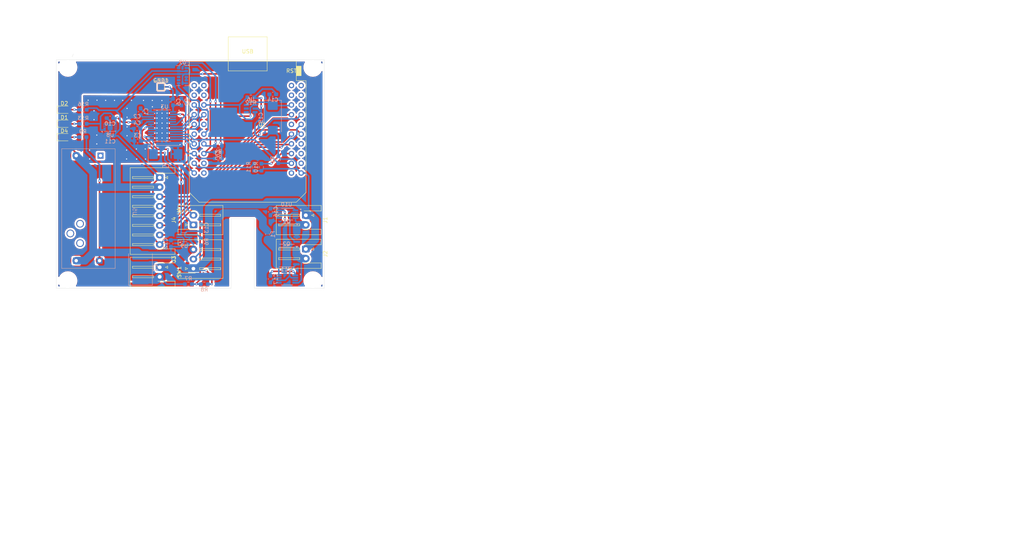
<source format=kicad_pcb>
(kicad_pcb (version 20241229) (generator "pcbnew") (generator_version "9.0")
  (layers (0 "F.Cu" signal) (2 "B.Cu" signal) (13 "F.Paste" user) (15 "B.Paste" user) (5 "F.SilkS" user "F.Silkscreen") (7 "B.SilkS" user "B.Silkscreen") (1 "F.Mask" user) (3 "B.Mask" user) (25 "Edge.Cuts" user))
  (net 0 "")
  (net 1 "Net-(U3-CPL)")
  (net 2 "Net-(U3-CPH)")
  (net 3 "Net-(U3-VCP)")
  (net 4 "Net-(U10-VCAPL)")
  (net 5 "GND")
  (net 6 "/DC motor driver/DVDD")
  (net 7 "+VBAT")
  (net 8 "Net-(U10-VCAPH)")
  (net 9 "Net-(SW1A-A)")
  (net 10 "Net-(D4-A)")
  (net 11 "Net-(U11-VCAPH)")
  (net 12 "Net-(J1-Pin_2)")
  (net 13 "/DC motor driver/MOTOR1")
  (net 14 "/DC motor driver/MOTOR2")
  (net 15 "/M_IPROP")
  (net 16 "Net-(U3-NOL)")
  (net 17 "/M_FAULT")
  (net 18 "+3.3V")
  (net 19 "/Accelerometer/SDA")
  (net 20 "/Accelerometer/SCL")
  (net 21 "/B_STATUS")
  (net 22 "/ID_0")
  (net 23 "/ID_1")
  (net 24 "Net-(U11-VCAPL)")
  (net 25 "Net-(U10-CATHODE)")
  (net 30 "/Display/RESET")
  (net 31 "/Display/CS")
  (net 32 "/Display/DC{slash}RS")
  (net 33 "Net-(U1-3V3)")
  (net 35 "/Display/SCK")
  (net 37 "/M_PWM")
  (net 42 "/M_SLEEP")
  (net 46 "/Accelerometer/INT")
  (net 48 "/M_DIR")
  (net 52 "/Display/MOSI")
  (net 56 "+5V")
  (net 59 "/Level_shifter/OUT")
  (net 60 "Net-(U9-BY)")
  (net 61 "/Level_shifter/IN")
  (net 65 "Net-(D1-A)")
  (net 66 "Net-(D2-A)")
  (net 67 "Net-(J2-Pin_2)")
  (net 68 "Net-(Q1-G)")
  (net 69 "Net-(Q2-G)")
  (net 70 "Net-(U1-VCC_(USB))")
  (footprint "MountingHole:MountingHole_3.2mm_M3" (layer "F.Cu") (at 33 87.74)
    (property "Reference" "H3" (hide yes))
    (property "Value" "MountingHole" (hide yes))
  )
  (footprint "LED_SMD:LED_0805_2012Metric_Pad1.15x1.40mm_HandSolder" (layer "F.Cu") (at 32.055 50.25)
    (property "Reference" "D4")
    (property "Value" "BAT")
  )
  (footprint "Connector_JST:JST_XH_S2B-XH-A-1_1x02_P2.50mm_Horizontal" (layer "F.Cu") (at 95.14 79.46 -90)
    (property "Reference" "J2")
    (property "Value" "BAT2")
  )
  (footprint "Connector_JST:JST_XH_S2B-XH-A-1_1x02_P2.50mm_Horizontal" (layer "F.Cu") (at 65.79 73.15 90)
    (property "Reference" "J4")
    (property "Value" "Motor")
  )
  (footprint "Connector_JST:JST_XH_S3B-XH-A-1_1x03_P2.50mm_Horizontal" (layer "F.Cu") (at 65.79 84.58 90)
    (property "Reference" "J3")
    (property "Value" "LED strip")
  )
  (footprint "TestPoint:TestPoint_Pad_1.5x1.5mm" (layer "F.Cu") (at 57.31 37.1)
    (property "Reference" "GND1")
    (property "Value" "GND_FRONT")
  )
  (footprint "Connector_JST:JST_XH_S8B-XH-A-1_1x08_P2.50mm_Horizontal" (layer "F.Cu") (at 56.98 60.79 -90)
    (property "Reference" "U4")
    (property "Value" "Display")
  )
  (footprint "Connector_JST:JST_XH_S2B-XH-A-1_1x02_P2.50mm_Horizontal" (layer "F.Cu") (at 56.98 84.21 -90)
    (property "Reference" "SW1")
    (property "Value" "Power switch")
  )
  (footprint "MountingHole:MountingHole_3.2mm_M3" (layer "F.Cu") (at 97 87.74)
    (property "Reference" "H3" (hide yes))
    (property "Value" "MountingHole" (hide yes))
  )
  (footprint "MountingHole:MountingHole_3.2mm_M3" (layer "F.Cu") (at 33 32)
    (property "Reference" "H3" (hide yes))
    (property "Value" "MountingHole" (hide yes))
  )
  (footprint "LED_SMD:LED_0805_2012Metric_Pad1.15x1.40mm_HandSolder" (layer "F.Cu") (at 32.0725 46.74)
    (property "Reference" "D1")
    (property "Value" "5V")
  )
  (footprint "ESP32_mini:ESP32_mini" (layer "F.Cu") (at 79.96 48.18 180)
    (property "Reference" "U1")
    (property "Value" "mini_esp32")
  )
  (footprint "LED_SMD:LED_0805_2012Metric_Pad1.15x1.40mm_HandSolder" (layer "F.Cu") (at 32.0725 43.08)
    (property "Reference" "D2")
    (property "Value" "3V3")
  )
  (footprint "MountingHole:MountingHole_3.2mm_M3" (layer "F.Cu") (at 97 32)
    (property "Reference" "H3" (hide yes))
    (property "Value" "MountingHole" (hide yes))
  )
  (footprint "Connector_JST:JST_XH_S2B-XH-A-1_1x02_P2.50mm_Horizontal" (layer "F.Cu") (at 95.14 70.65 -90)
    (property "Reference" "J1")
    (property "Value" "BAT1")
  )
  (footprint "Capacitor_Tantalum_SMD:CP_EIA-7360-38_Kemet-E_HandSolder" (layer "B.Cu") (at 51.97 84.3175 90)
    (property "Reference" "C7")
    (property "Value" "1000uF")
  )
  (footprint "Capacitor_SMD:C_0603_1608Metric_Pad1.08x0.95mm_HandSolder" (layer "B.Cu") (at 52 43.6025 90)
    (property "Reference" "C1")
    (property "Value" "47 nF")
  )
  (footprint "Package_TO_SOT_SMD:SOT-363_SC-70-6_Handsoldering" (layer "B.Cu") (at 63.4 76.39)
    (property "Reference" "U9")
    (property "Value" "TXU0101")
  )
  (footprint "Package_DFN_QFN:DFN-8-1EP_3x2mm_P0.5mm_EP1.3x1.5mm" (layer "B.Cu") (at 44.045 47.615)
    (property "Reference" "U8")
    (property "Value" "ST1L08")
  )
  (footprint "Resistor_SMD:R_0603_1608Metric_Pad0.98x0.95mm_HandSolder" (layer "B.Cu") (at 87.96 56.1425 -90)
    (property "Reference" "R1")
    (property "Value" "2.4K")
  )
  (footprint "Package_LGA:LGA-14_3x5mm_P0.8mm_LayoutBorder1x6y" (layer "B.Cu") (at 62.94 34.16 180)
    (property "Reference" "U2")
    (property "Value" "ADXL345")
  )
  (footprint "Capacitor_Tantalum_SMD:CP_EIA-7343-40_Kemet-Y_HandSolder" (layer "B.Cu") (at 86.51 45.21 -90)
    (property "Reference" "C15")
    (property "Value" "100 uF")
  )
  (footprint "Capacitor_SMD:C_0603_1608Metric_Pad1.08x0.95mm_HandSolder" (layer "B.Cu") (at 59.92 78.0175 -90)
    (property "Reference" "C12")
    (property "Value" "0.1 uF")
  )
  (footprint "Capacitor_SMD:C_0603_1608Metric_Pad1.08x0.95mm_HandSolder" (layer "B.Cu") (at 51.21 51.24 180)
    (property "Reference" "C3")
    (property "Value" "100 nF")
  )
  (footprint "step-up_module:step-up_module" (layer "B.Cu") (at 38.60945 69.7181 90)
    (property "Reference" "U5")
    (property "Value" "Step-up")
  )
  (footprint "Resistor_SMD:R_0603_1608Metric_Pad0.98x0.95mm_HandSolder" (layer "B.Cu") (at 68.6375 88.62)
    (property "Reference" "R8")
    (property "Value" "68k")
  )
  (footprint "Package_SO:SO-8_3.9x4.9mm_P1.27mm" (layer "B.Cu") (at 90.105 81.535 180)
    (property "Reference" "Q2")
    (property "Value" "NMOS")
  )
  (footprint "Capacitor_SMD:C_0603_1608Metric_Pad1.08x0.95mm_HandSolder" (layer "B.Cu") (at 85.91 69.76 90)
    (property "Reference" "C16")
    (property "Value" "100 nF")
  )
  (footprint "Resistor_SMD:R_0603_1608Metric_Pad0.98x0.95mm_HandSolder" (layer "B.Cu") (at 81.63 58.0825 -90)
    (property "Reference" "R11")
    (property "Value" "0R")
  )
  (footprint "Resistor_SMD:R_0603_1608Metric_Pad0.98x0.95mm_HandSolder" (layer "B.Cu") (at 83.56 58.0825 -90)
    (property "Reference" "R10")
    (property "Value" "0R")
  )
  (footprint "Resistor_SMD:R_0603_1608Metric_Pad0.98x0.95mm_HandSolder" (layer "B.Cu") (at 72.28 55.81 180)
    (property "Reference" "R3")
    (property "Value" "10k")
  )
  (footprint "Capacitor_SMD:C_0603_1608Metric_Pad1.08x0.95mm_HandSolder" (layer "B.Cu") (at 44.02 49.91)
    (property "Reference" "C11")
    (property "Value" "10 uF")
  )
  (footprint "LM74610QDGKRQ1:SOP65P490X110-8N" (layer "B.Cu") (at 90.29 70.345 180)
    (property "Reference" "U10")
    (property "Value" "LM74610QDGKRQ1")
  )
  (footprint "LM74610QDGKRQ1:SOP65P490X110-8N" (layer "B.Cu") (at 90.23 87.3 180)
    (property "Reference" "U11")
    (property "Value" "LM74610QDGKRQ1")
  )
  (footprint "Capacitor_SMD:C_0603_1608Metric_Pad1.08x0.95mm_HandSolder" (layer "B.Cu") (at 51.0775 46.27 180)
    (property "Reference" "C2")
    (property "Value" "1 uF")
  )
  (footprint "Resistor_SMD:R_0603_1608Metric_Pad0.98x0.95mm_HandSolder" (layer "B.Cu") (at 62.65 41.05 90)
    (property "Reference" "R2")
    (property "Value" "10k")
  )
  (footprint "Fuse:Fuse_0603_1608Metric_Pad1.05x0.95mm_HandSolder" (layer "B.Cu") (at 85.14 75.61 90)
    (property "Reference" "F1")
    (property "Value" "5A")
  )
  (footprint "Resistor_SMD:R_0603_1608Metric_Pad0.98x0.95mm_HandSolder" (layer "B.Cu") (at 80.7775 39.8)
    (property "Reference" "R12")
    (property "Value" "10k")
  )
  (footprint "Resistor_SMD:R_0603_1608Metric_Pad0.98x0.95mm_HandSolder" (layer "B.Cu") (at 36.93 50.23 180)
    (property "Reference" "R9")
    (property "Value" "2k")
  )
  (footprint "Capacitor_SMD:C_0603_1608Metric_Pad1.08x0.95mm_HandSolder" (layer "B.Cu") (at 67.76 73.9275 90)
    (property "Reference" "C13")
    (property "Value" "0.1 uF")
  )
  (footprint "TestPoint:TestPoint_Pad_1.5x1.5mm" (layer "B.Cu") (at 57.32 37.13 180)
    (property "Reference" "GND2")
    (property "Value" "GND_BOTTOM")
  )
  (footprint "Capacitor_SMD:C_0603_1608Metric_Pad1.08x0.95mm_HandSolder" (layer "B.Cu") (at 85.91 87.28 90)
    (property "Reference" "C17")
    (property "Value" "100 nF")
  )
  (footprint "Resistor_SMD:R_0603_1608Metric_Pad0.98x0.95mm_HandSolder" (layer "B.Cu") (at 64.48 88.62 180)
    (property "Reference" "R7")
    (property "Value" "22k")
  )
  (footprint "Package_TO_SOT_SMD:SOT-23-6" (layer "B.Cu") (at 80.7425 42.77 180)
    (property "Reference" "U6")
    (property "Value" "TPS22917LDBV")
  )
  (footprint "Package_SO:SO-8_3.9x4.9mm_P1.27mm" (layer "B.Cu") (at 90.195 75.645 180)
    (property "Reference" "Q1")
    (property "Value" "NMOS")
  )
  (footprint "Resistor_SMD:R_0603_1608Metric_Pad0.98x0.95mm_HandSolder" (layer "B.Cu") (at 37.0125 46.74 180)
    (property "Reference" "R13")
    (property "Value" "2k")
  )
  (footprint "Capacitor_SMD:C_0603_1608Metric_Pad1.08x0.95mm_HandSolder" (layer "B.Cu") (at 51.07 47.99 180)
    (property "Reference" "C4")
    (property "Value" "100 nF")
  )
  (footprint "Capacitor_Tantalum_SMD:CP_EIA-7343-40_Kemet-Y_HandSolder" (layer "B.Cu") (at 58.56 54.66)
    (property "Reference" "C5")
    (property "Value" "100 uF")
  )
  (footprint "Capacitor_SMD:C_0603_1608Metric_Pad1.08x0.95mm_HandSolder" (layer "B.Cu") (at 60.46 41.06 90)
    (property "Reference" "C6")
    (property "Value" "1 uF")
  )
  (footprint "Capacitor_SMD:C_0603_1608Metric_Pad1.08x0.95mm_HandSolder" (layer "B.Cu") (at 44.02 45.26)
    (property "Reference" "C10")
    (property "Value" "10 uF")
  )
  (footprint "Resistor_SMD:R_0603_1608Metric_Pad0.98x0.95mm_HandSolder" (layer "B.Cu") (at 72.2825 54.17)
    (property "Reference" "R5")
    (property "Value" "10k")
  )
  (footprint "DRV8873HPWPRQ1:SOP65P640X120-25N" (layer "B.Cu") (at 57.6 47.22 180)
    (property "Reference" "U3")
    (property "Value" "DRV8873HPWPRQ1")
  )
  (footprint "Resistor_SMD:R_0603_1608Metric_Pad0.98x0.95mm_HandSolder" (layer "B.Cu") (at 72.29 52.53)
    (property "Reference" "R4")
    (property "Value" "10k")
  )
  (footprint "Resistor_SMD:R_0603_1608Metric_Pad0.98x0.95mm_HandSolder" (layer "B.Cu") (at 37.0125 43.08 180)
    (property "Reference" "R16")
    (property "Value" "1k")
  )
  (footprint "Resistor_SMD:R_0603_1608Metric_Pad0.98x0.95mm_HandSolder" (layer "B.Cu") (at 67.76 77.56 90)
    (property "Reference" "R6")
    (property "Value" "360R")
  )
  (footprint "Capacitor_SMD:C_0603_1608Metric_Pad1.08x0.95mm_HandSolder" (layer "B.Cu") (at 86.51 39.05)
    (property "Reference" "C14")
    (property "Value" "100 nF")
  )
  (gr_line (start 75.61 71.56) (end 81.72 71.56) (stroke (width 0.05)) (layer "Edge.Cuts"))
  (gr_line (start 30 30) (end 100 30) (stroke (width 0.05)) (layer "Edge.Cuts"))
  (gr_line (start 81.72 71.56) (end 81.72 89.74) (stroke (width 0.05)) (layer "Edge.Cuts"))
  (gr_line (start 100 89.74) (end 81.72 89.74) (stroke (width 0.05)) (layer "Edge.Cuts"))
  (gr_line (start 100 30) (end 100 89.74) (stroke (width 0.05)) (layer "Edge.Cuts"))
  (gr_line (start 75.61 89.74) (end 30 89.74) (stroke (width 0.05)) (layer "Edge.Cuts"))
  (gr_line (start 34.11 29.27) (end 34.43 28.52) (stroke (width 0.05)) (layer "Edge.Cuts"))
  (gr_line (start 30 89.74) (end 30 30) (stroke (width 0.05)) (layer "Edge.Cuts"))
  (gr_line (start 75.61 89.74) (end 75.61 71.56) (stroke (width 0.05)) (layer "Edge.Cuts"))
  (segment (start 53.555 44.295) (end 52 42.74) (width 0.4) (layer "B.Cu") (net 1))
  (segment (start 54.73 44.295) (end 53.555 44.295) (width 0.4) (layer "B.Cu") (net 1))
  (segment (start 52.48 44.945) (end 54.73 44.945) (width 0.4) (layer "B.Cu") (net 2))
  (segment (start 52 44.465) (end 52.48 44.945) (width 0.4) (layer "B.Cu") (net 2))
  (segment (start 52.615 45.595) (end 54.73 45.595) (width 0.4) (layer "B.Cu") (net 3))
  (segment (start 51.94 46.27) (end 52.615 45.595) (width 0.4) (layer "B.Cu") (net 3))
  (segment (start 91.799 68.729) (end 92.44 69.37) (width 0.4) (layer "B.Cu") (net 4))
  (segment (start 86.0785 68.729) (end 91.799 68.729) (width 0.4) (layer "B.Cu") (net 4))
  (segment (start 85.91 68.8975) (end 86.0785 68.729) (width 0.4) (layer "B.Cu") (net 4))
  (segment (start 70.61 87.46) (end 70.61 86.53) (width 0.4) (layer "F.Cu") (net 5))
  (segment (start 31.03 50.25) (end 31.03 46.7575) (width 0.4) (layer "F.Cu") (net 5))
  (segment (start 31.0475 43.08) (end 31.0475 46.74) (width 0.4) (layer "F.Cu") (net 5))
  (segment (start 31.03 46.7575) (end 31.0475 46.74) (width 0.4) (layer "F.Cu") (net 5))
  (segment (start 59.52 37.1) (end 57.31 37.1) (width 0.4) (layer "F.Cu") (net 5))
  (segment (start 83.48 40.07) (end 83.5 40.05) (width 0.4) (layer "F.Cu") (net 5))
  (segment (start 31.0475 46.74) (end 31.0475 47.629) (width 0.4) (layer "F.Cu") (net 5))
  (segment (start 70.61 88.61) (end 70.61 87.46) (width 0.4) (layer "F.Cu") (net 5))
  (segment (start 70.61 86.53) (end 69.12 85.04) (width 0.4) (layer "F.Cu") (net 5))
  (segment (start 83.48 42.1) (end 83.48 40.07) (width 0.4) (layer "F.Cu") (net 5))
  (segment (start 35.174 55.068) (end 35.174 54.394) (width 0.4) (layer "F.Cu") (net 5))
  (segment (start 35.174 54.394) (end 31.03 50.25) (width 0.4) (layer "F.Cu") (net 5))
  (via (at 69.12 85.04) (size 0.6) (drill 0.3) (layers "F.Cu" "B.Cu") (net 5))
  (via (at 83.5 40.05) (size 0.6) (drill 0.3) (layers "F.Cu" "B.Cu") (net 5))
  (via (at 52.75 40.65) (size 0.6) (drill 0.3) (layers "F.Cu" "B.Cu") (net 5))
  (via (at 42.87 40.63) (size 0.6) (drill 0.3) (layers "F.Cu" "B.Cu") (net 5))
  (via (at 57.55 42.34) (size 0.6) (drill 0.3) (layers "F.Cu" "B.Cu") (net 5))
  (via (at 48.46 45.04) (size 0.6) (drill 0.3) (layers "F.Cu" "B.Cu") (net 5))
  (via (at 49.62 40.63) (size 0.6) (drill 0.3) (layers "F.Cu" "B.Cu") (net 5))
  (via (at 40.61 40.59) (size 0.6) (drill 0.3) (layers "F.Cu" "B.Cu") (net 5))
  (via (at 40.55 52.01) (size 0.6) (drill 0.3) (layers "F.Cu" "B.Cu") (net 5))
  (via (at 45.18 40.63) (size 0.6) (drill 0.3) (layers "F.Cu" "B.Cu") (net 5))
  (via (at 62.89 46.35) (size 0.6) (drill 0.3) (layers "F.Cu" "B.Cu") (net 5))
  (via (at 53.21 53.33) (size 0.6) (drill 0.3) (layers "F.Cu" "B.Cu") (net 5))
  (via (at 48.34 53.63) (size 0.6) (drill 0.3) (layers "F.Cu" "B.Cu") (net 5))
  (via (at 57.56 40.68) (size 0.6) (drill 0.3) (layers "F.Cu" "B.Cu") (net 5))
  (via (at 62.3 52.18) (size 0.6) (drill 0.3) (layers "F.Cu" "B.Cu") (net 5))
  (via (at 38.3 40.59) (size 0.6) (drill 0.3) (layers "F.Cu" "B.Cu") (net 5))
  (via (at 38.67 53.63) (size 0.6) (drill 0.3) (layers "F.Cu" "B.Cu") (net 5))
  (via (at 53.27 55.97) (size 0.6) (drill 0.3) (layers "F.Cu" "B.Cu") (net 5))
  (via (at 50.9 53.33) (size 0.6) (drill 0.3) (layers "F.Cu" "B.Cu") (net 5))
  (via (at 83.48 42.1) (size 0.6) (drill 0.3) (layers "F.Cu" "B.Cu") (net 5))
  (via (at 39.83 45.67) (size 0.6) (drill 0.3) (layers "F.Cu" "B.Cu") (net 5))
  (via (at 59.52 37.1) (size 0.6) (drill 0.3) (layers "F.Cu" "B.Cu") (net 5))
  (via (at 40.55 49.7) (size 0.6) (drill 0.3) (layers "F.Cu" "B.Cu") (net 5))
  (via (at 55.06 40.65) (size 0.6) (drill 0.3) (layers "F.Cu" "B.Cu") (net 5))
  (via (at 47.31 40.63) (size 0.6) (drill 0.3) (layers "F.Cu" "B.Cu") (net 5))
  (via (at 70.61 88.61) (size 0.6) (drill 0.3) (layers "F.Cu" "B.Cu") (net 5))
  (via (at 48.46 49.87) (size 0.6) (drill 0.3) (layers "F.Cu" "B.Cu") (net 5))
  (via (at 50.96 55.97) (size 0.6) (drill 0.3) (layers "F.Cu" "B.Cu") (net 5))
  (via (at 48.46 47.56) (size 0.6) (drill 0.3) (layers "F.Cu" "B.Cu") (net 5))
  (via (at 38.67 55.94) (size 0.6) (drill 0.3) (layers "F.Cu" "B.Cu") (net 5))
  (via (at 48.46 42.73) (size 0.6) (drill 0.3) (layers "F.Cu" "B.Cu") (net 5))
  (via (at 48.34 55.94) (size 0.6) (drill 0.3) (layers "F.Cu" "B.Cu") (net 5))
  (via (at 55.07 42.31) (size 0.6) (drill 0.3) (layers "F.Cu" "B.Cu") (net 5))
  (via (at 39.83 43.36) (size 0.6) (drill 0.3) (layers "F.Cu" "B.Cu") (net 5))
  (segment (start 63.405 48.845) (end 60.47 48.845) (width 0.4) (layer "B.Cu") (net 5))
  (segment (start 69.55 88.62) (end 70.6 88.62) (width 0.4) (layer "B.Cu") (net 5))
  (segment (start 63.25 77.83) (end 62.2 78.88) (width 0.4) (layer "B.Cu") (net 5))
  (segment (start 91.84605 55.969) (end 92.68 56.80295) (width 0.4) (layer "B.Cu") (net 5))
  (segment (start 83.5 43.727501) (end 83.5 42.12) (width 0.4) (layer "B.Cu") (net 5))
  (segment (start 67.32 45.58) (end 67.32 47.13705) (width 0.4) (layer "B.Cu") (net 5))
  (segment (start 81.88 49.44) (end 81.88 46.71) (width 0.4) (layer "B.Cu") (net 5))
  (segment (start 69.79 81.7) (end 69.79 73.05) (width 2) (layer "B.Cu") (net 5))
  (segment (start 92.829 58.509) (end 93.93 59.61) (width 0.4) (layer "B.Cu") (net 5))
  (segment (start 69.12 85.04) (end 66.25 85.04) (width 0.4) (layer "B.Cu") (net 5))
  (segment (start 57.6 46.936502) (end 57.6 47.22) (width 0.4) (layer "B.Cu") (net 5))
  (segment (start 95.07 59.61) (end 95.9 60.44) (width 0.4) (layer "B.Cu") (net 5))
  (segment (start 50.3475 51.24) (end 49.83 51.24) (width 0.4) (layer "B.Cu") (net 5))
  (segment (start 67.32 47.13705) (end 66.34705 48.11) (width 0.4) (layer "B.Cu") (net 5))
  (segment (start 70.81 67.84) (end 84.389074 67.84) (width 2) (layer "B.Cu") (net 5))
  (segment (start 56.98 63.29) (end 45.82 63.29) (width 2) (layer "B.Cu") (net 5))
  (segment (start 43.144 51.374) (end 43.144 49.91) (width 2) (layer "B.Cu") (net 5))
  (segment (start 54.98 32.96) (end 61.94 32.96) (width 0.4) (layer "B.Cu") (net 5))
  (segment (start 87.3725 38.7625) (end 87.3725 39.05) (width 0.4) (layer "B.Cu") (net 5))
  (segment (start 50.2075 47.99) (end 48.89 47.99) (width 0.4) (layer "B.Cu") (net 5))
  (segment (start 95.9 60.44) (end 95.9 68.670014) (width 0.4) (layer "B.Cu") (net 5))
  (segment (start 97.58 77.02) (end 95.14 79.46) (width 2) (layer "B.Cu") (net 5))
  (segment (start 65.99 59.61) (end 61.7675 55.3875) (width 0.4) (layer "B.Cu") (net 5))
  (segment (start 54.73 43.645) (end 51.715 40.63) (width 0.4) (layer "B.Cu") (net 5))
  (segment (start 81.88 46.71) (end 83.5 45.09) (width 0.4) (layer "B.Cu") (net 5))
  (segment (start 70.6 88.62) (end 70.61 88.61) (width 0.4) (layer "B.Cu") (net 5))
  (segment (start 93.93 59.61) (end 95.07 59.61) (width 0.4) (layer "B.Cu") (net 5))
  (segment (start 44.045 49.0225) (end 43.1575 49.91) (width 0.4) (layer "B.Cu") (net 5))
  (segment (start 51.715 40.63) (end 49.62 40.63) (width 0.4) (layer "B.Cu") (net 5))
  (segment (start 68.53 44.37) (end 67.32 45.58) (width 0.4) (layer "B.Cu") (net 5))
  (segment (start 63.25 76.758708) (end 63.25 77.83) (width 0.4) (layer "B.Cu") (net 5))
  (segment (start 83.5 42.12) (end 83.48 42.1) (width 0.4) (layer "B.Cu") (net 5))
  (segment (start 50.2075 47.99) (end 50.2075 51.1) (width 0.4) (layer "B.Cu") (net 5))
  (segment (start 84.851554 50.075946) (end 82.515946 50.075946) (width 0.4) (layer "B.Cu") (net 5))
  (segment (start 81.63 58.995) (end 83.56 58.995) (width 0.4) (layer "B.Cu") (net 5))
  (segment (start 60.47 44.945) (end 59.591502 44.945) (width 0.4) (layer "B.Cu") (net 5))
  (segment (start 60.46 40.1975) (end 60.46 38.04) (width 0.4) (layer "B.Cu") (net 5))
  (segment (start 83.81 37.67) (end 86.28 37.67) (width 0.4) (layer "B.Cu") (net 5))
  (segment (start 44.045 46.1475) (end 43.1575 45.26) (width 0.4) (layer "B.Cu") (net 5))
  (segment (start 95.14 69.430014) (end 95.14 70.65) (width 2) (layer "B.Cu") (net 5))
  (segment (start 81.94 40.05) (end 81.69 39.8) (width 0.4) (layer "B.Cu") (net 5))
  (segment (start 51.21 80.35) (end 51.97 81.11) (width 2) (layer "B.Cu") (net 5))
  (segment (start 88.699 55.969) (end 91.84605 55.969) (width 0.4) (layer "B.Cu") (net 5))
  (segment (start 57.6 50.4925) (end 57.6 47.22) (width 0.4) (layer "B.Cu") (net 5))
  (segment (start 59.92 80.78) (end 60.25 81.11) (width 0.4) (layer "B.Cu") (net 5))
  (segment (start 45.82 63.29) (end 39.64 63.29) (width 2) (layer "B.Cu") (net 5))
  (segment (start 87.96 49.8675) (end 86.51 48.4175) (width 0.4) (layer "B.Cu") (net 5))
  (segment (start 39.59 80.35) (end 51.21 80.35) (width 2) (layer "B.Cu") (net 5))
  (segment (start 57.35 37.1) (end 57.32 37.13) (width 0.4) (layer "B.Cu") (net 5))
  (segment (start 63.864 33.036) (end 62.016 33.036) (width 0.4) (layer "B.Cu") (net 5))
  (segment (start 92.68 58.36) (end 92.829 58.509) (width 0.4) (layer "B.Cu") (net 5))
  (segment (start 55.608498 43.645) (end 57.6 45.636502) (width 0.4) (layer "B.Cu") (net 5))
  (segment (start 63.94 34.56) (end 63.94 35.36) (width 0.4) (layer "B.Cu") (net 5))
  (segment (start 69.775 73.065) (end 69.79 73.05) (width 0.4) (layer "B.Cu") (net 5))
  (segment (start 44.045 47.615) (end 44.045 49.0225) (width 0.4) (layer "B.Cu") (net 5))
  (segment (start 92.68 56.80295) (end 92.68 58.36) (width 0.4) (layer "B.Cu") (net 5))
  (segment (start 62.07 76.39) (end 62.881292 76.39) (width 0.4) (layer "B.Cu") (net 5))
  (segment (start 83.56 58.995) (end 84.046 58.509) (width 0.4) (layer "B.Cu") (net 5))
  (segment (start 63.94 32.96) (end 63.864 33.036) (width 0.4) (layer "B.Cu") (net 5))
  (segment (start 67.76 73.065) (end 69.775 73.065) (width 0.4) (layer "B.Cu") (net 5))
  (segment (start 92.859986 67.15) (end 95.14 69.430014) (width 2) (layer "B.Cu") (net 5))
  (segment (start 59.225 46.245) (end 58.9 46.57) (width 0.4) (layer "B.Cu") (net 5))
  (segment (start 83.5 43.727501) (end 82.542499 42.77) (width 0.4) (layer "B.Cu") (net 5))
  (segment (start 66.25 85.04) (end 65.79 84.58) (width 0.4) (layer "B.Cu") (net 5))
  (segment (start 58.9 41.7575) (end 60.46 40.1975) (width 0.4) (layer "B.Cu") (net 5))
  (segment (start 59.225 48.845) (end 57.6 47.22) (width 0.4) (layer "B.Cu") (net 5))
  (segment (start 86.51 48.4175) (end 84.851554 50.075946) (width 0.4) (layer "B.Cu") (net 5))
  (segment (start 60.47 46.245) (end 59.225 46.245) (width 0.4) (layer "B.Cu") (net 5))
  (segment (start 39.59 80.35) (end 39.59 63.24) (width 2) (layer "B.Cu") (net 5))
  (segment (start 44.045 47.488) (end 43.371 46.814) (width 0.4) (layer "B.Cu") (net 5))
  (segment (start 59.52 37.1) (end 57.35 37.1) (width 0.4) (layer "B.Cu") (net 5))
  (segment (start 54.73 48.195) (end 56.625 48.195) (width 0.4) (layer "B.Cu") (net 5))
  (segment (start 95.9 68.670014) (end 95.14 69.430014) (width 0.4) (layer "B.Cu") (net 5))
  (segment (start 92.219313 67.15) (end 92.859986 67.15) (width 2) (layer "B.Cu") (net 5))
  (segment (start 57.6 45.636502) (end 57.6 47.22) (width 0.4) (layer "B.Cu") (net 5))
  (segment (start 56.625 48.195) (end 57.6 47.22) (width 0.4) (layer "B.Cu") (net 5))
  (segment (start 39.59 59.484) (end 35.174 55.068) (width 2) (layer "B.Cu") (net 5))
  (segment (start 66.34705 48.11) (end 64.14 48.11) (width 0.4) (layer "B.Cu") (net 5))
  (segment (start 59.591502 44.945) (end 57.6 46.936502) (width 0.4) (layer "B.Cu") (net 5))
  (segment (start 55.975 48.845) (end 57.6 47.22) (width 0.4) (layer "B.Cu") (net 5))
  (segment (start 51.97 81.11) (end 60.25 81.11) (width 2) (layer "B.Cu") (net 5))
  (segment (start 44.045 47.615) (end 44.045 46.1475) (width 0.4) (layer "B.Cu") (net 5))
  (segment (start 60.46 38.04) (end 59.52 37.1) (width 0.4) (layer "B.Cu") (net 5))
  (segment (start 49.83 51.24) (end 48.46 49.87) (width 0.4) (layer "B.Cu") (net 5))
  (segment (start 37.44 82.5) (end 39.59 80.35) (width 2) (layer "B.Cu") (net 5))
  (segment (start 62.881292 76.39) (end 63.25 76.758708) (width 0.4) (layer "B.Cu") (net 5))
  (segment (start 60.25 81.11) (end 63.579 84.439) (width 2) (layer "B.Cu") (net 5))
  (segment (start 58.9 43.97) (end 58.9 41.7575) (width 0.4) (layer "B.Cu") (net 5))
  (segment (start 67.051 84.439) (end 69.79 81.7) (width 2) (layer "B.Cu") (net 5))
  (segment (start 87.96 55.23) (end 87.96 49.8675) (width 0.4) (layer "B.Cu") (net 5))
  (segment (start 96.37 70.65) (end 97.58 71.86) (width 2) (layer "B.Cu") (net 5))
  (segment (start 87.96 55.23) (end 88.699 55.969) (width 0.4) (layer "B.Cu") (net 5))
  (segment (start 54.73 48.845) (end 55.975 48.845) (width 0.4) (layer "B.Cu") (net 5))
  (segment (start 85.070074 67.159) (end 92.210313 67.159) (width 2) (layer "B.Cu") (net 5))
  (segment (start 63.579 84.439) (end 67.051 84.439) (width 2) (layer "B.Cu") (net 5))
  (segment (start 39.64 63.29) (end 39.59 63.24) (width 2) (layer "B.Cu") (net 5))
  (segment (start 82.515946 50.075946) (end 81.88 49.44) (width 0.4) (layer "B.Cu") (net 5))
  (segment (start 81.69 39.8) (end 81.69 39.79) (width 0.4) (layer "B.Cu") (net 5))
  (segment (start 59.92 78.88) (end 59.92 80.78) (width 0.4) (layer "B.Cu") (net 5))
  (segment (start 43.371 46.814) (end 42.595 46.814) (width 0.4) (layer "B.Cu") (net 5))
  (segment (start 84.389074 67.84) (end 85.070074 67.159) (width 2) (layer "B.Cu") (net 5))
  (segment (start 60.47 48.845) (end 59.225 48.845) (width 0.4) (layer "B.Cu") (net 5))
  (segment (start 97.58 71.86) (end 97.58 77.02) (width 2) (layer "B.Cu") (net 5))
  (segment (start 83.5 40.05) (end 81.94 40.05) (width 0.4) (layer "B.Cu") (net 5))
  (segment (start 50.2075 51.1) (end 50.3475 51.24) (width 0.4) (layer "B.Cu") (net 5))
  (segment (start 69.79 68.86) (end 70.81 67.84) (width 2) (layer "B.Cu") (net 5))
  (segment (start 95.14 70.65) (end 96.37 70.65) (width 2) (layer "B.Cu") (net 5))
  (segment (start 61.7675 54.66) (end 57.6 50.4925) (width 0.4) (layer "B.Cu") (net 5))
  (segment (start 92.210313 67.159) (end 92.219313 67.15) (width 2) (layer "B.Cu") (net 5))
  (segment (start 61.7675 55.3875) (end 61.7675 54.66) (width 0.4) (layer "B.Cu") (net 5))
  (segment (start 81.69 39.79) (end 83.81 37.67) (width 0.4) (layer "B.Cu") (net 5))
  (segment (start 35.174 82.5) (end 37.44 82.5) (width 2) (layer "B.Cu") (net 5))
  (segment (start 62.016 33.036) (end 61.94 32.96) (width 0.4) (layer "B.Cu") (net 5))
  (segment (start 83.5 45.09) (end 83.5 43.727501) (width 0.4) (layer "B.Cu") (net 5))
  (segment (start 62.2 78.88) (end 59.92 78.88) (width 0.4) (layer "B.Cu") (net 5))
  (segment (start 64.14 48.11) (end 63.405 48.845) (width 0.4) (layer "B.Cu") (net 5))
  (segment (start 44.045 47.615) (end 44.045 47.488) (width 0.4) (layer "B.Cu") (net 5))
  (segment (start 47.31 40.63) (end 54.98 32.96) (width 0.4) (layer "B.Cu") (net 5))
  (segment (start 39.59 63.24) (end 39.59 59.484) (width 2) (layer "B.Cu") (net 5))
  (segment (start 45.82 54.05) (end 43.144 51.374) (width 2) (layer "B.Cu") (net 5))
  (segment (start 86.28 37.67) (end 87.3725 38.7625) (width 0.4) (layer "B.Cu") (net 5))
  (segment (start 84.046 58.509) (end 92.829 58.509) (width 0.4) (layer "B.Cu") (net 5))
  (segment (start 69.79 73.05) (end 69.79 68.86) (width 2) (layer "B.Cu") (net 5))
  (segment (start 45.82 63.29) (end 45.82 54.05) (width 2) (layer "B.Cu") (net 5))
  (segment (start 54.73 43.645) (end 55.608498 43.645) (width 0.4) (layer "B.Cu") (net 5))
  (segment (start 82.542499 42.77) (end 81.88 42.77) (width 0.4) (layer "B.Cu") (net 5))
  (segment (start 48.89 47.99) (end 48.46 47.56) (width 0.4) (layer "B.Cu") (net 5))
  (segment (start 60.47 41.9325) (end 60.46 41.9225) (width 0.4) (layer "B.Cu") (net 6))
  (segment (start 62.61 41.9225) (end 62.65 41.9625) (width 0.4) (layer "B.Cu") (net 6))
  (segment (start 60.46 41.9225) (end 62.61 41.9225) (width 0.4) (layer "B.Cu") (net 6))
  (segment (start 60.47 43.645) (end 60.47 41.9325) (width 0.4) (layer "B.Cu") (net 6))
  (segment (start 45.48 86.71) (end 41.27 82.5) (width 2) (layer "F.Cu") (net 7))
  (segment (start 65.01895 79.58) (end 65.79 79.58) (width 2) (layer "F.Cu") (net 7))
  (segment (start 56.98 86.71) (end 57.88895 86.71) (width 2) (layer "F.Cu") (net 7))
  (segment (start 57.88895 86.71) (end 65.01895 79.58) (width 2) (layer "F.Cu") (net 7))
  (segment (start 41.28 61.66) (end 41.28 61.84) (width 0.4) (layer "F.Cu") (net 7))
  (segment (start 41.28 61.84) (end 41.27 61.85) (width 0.4) (layer "F.Cu") (net 7))
  (segment (start 56.98 86.71) (end 45.48 86.71) (width 2) (layer "F.Cu") (net 7))
  (segment (start 41.27 61.85) (end 41.27 82.5) (width 0.4) (layer "F.Cu") (net 7))
  (via (at 41.28 61.66) (size 0.6) (drill 0.3) (layers "F.Cu" "B.Cu") (net 7))
  (segment (start 51.97 87.525) (end 56.165 87.525) (width 2) (layer "B.Cu") (net 7))
  (segment (start 63.918708 76.39) (end 63.579 76.050292) (width 0.4) (layer "B.Cu") (net 7))
  (segment (start 63.5675 88.62) (end 58.89 88.62) (width 0.4) (layer "B.Cu") (net 7))
  (segment (start 56.165 87.525) (end 56.98 86.71) (width 2) (layer "B.Cu") (net 7))
  (segment (start 58.89 88.62) (end 56.98 86.71) (width 0.4) (layer "B.Cu") (net 7))
  (segment (start 65.79 78.1) (end 64.73 77.04) (width 0.4) (layer "B.Cu") (net 7))
  (segment (start 64.1 74.79) (end 67.76 74.79) (width 0.4) (layer "B.Cu") (net 7))
  (segment (start 41.28 57.39) (end 37.8425 53.9525) (width 0.4) (layer "B.Cu") (net 7))
  (segment (start 64.73 76.39) (end 63.918708 76.39) (width 0.4) (layer "B.Cu") (net 7))
  (segment (start 64.73 77.04) (end 64.73 76.39) (width 0.4) (layer "B.Cu") (net 7))
  (segment (start 41.28 61.66) (end 41.28 57.39) (width 0.4) (layer "B.Cu") (net 7))
  (segment (start 63.579 75.311) (end 64.1 74.79) (width 0.4) (layer "B.Cu") (net 7))
  (segment (start 63.579 76.050292) (end 63.579 75.311) (width 0.4) (layer "B.Cu") (net 7))
  (segment (start 37.8425 53.9525) (end 37.8425 50.23) (width 0.4) (layer "B.Cu") (net 7))
  (segment (start 65.79 79.58) (end 65.79 78.1) (width 0.4) (layer "B.Cu") (net 7))
  (segment (start 85.91 70.6225) (end 86.5125 70.02) (width 0.4) (layer "B.Cu") (net 8))
  (segment (start 86.5125 70.02) (end 88.14 70.02) (width 0.4) (layer "B.Cu") (net 8))
  (segment (start 73.54 70.05) (end 72.17 71.42) (width 2) (layer "B.Cu") (net 9))
  (segment (start 83.93 73.525) (end 83.93 71.72) (width 2) (layer "B.Cu") (net 9))
  (segment (start 59.77 84.21) (end 56.98 84.21) (width 2) (layer "B.Cu") (net 9))
  (segment (start 82.73 70.49) (end 82.29 70.05) (width 2) (layer "B.Cu") (net 9))
  (segment (start 71.91 86.64) (end 62.2 86.64) (width 2) (layer "B.Cu") (net 9))
  (segment (start 72.17 71.42) (end 72.17 86.38) (width 2) (layer "B.Cu") (net 9))
  (segment (start 82.29 70.05) (end 73.54 70.05) (width 2) (layer "B.Cu") (net 9))
  (segment (start 82.73 70.52) (end 82.73 70.49) (width 2) (layer "B.Cu") (net 9))
  (segment (start 72.17 86.38) (end 71.91 86.64) (width 2) (layer "B.Cu") (net 9))
  (segment (start 85.14 74.735) (end 83.93 73.525) (width 2) (layer "B.Cu") (net 9))
  (segment (start 83.93 71.72) (end 82.73 70.52) (width 2) (layer "B.Cu") (net 9))
  (segment (start 62.2 86.64) (end 59.77 84.21) (width 2) (layer "B.Cu") (net 9))
  (segment (start 33.08 50.25) (end 34.66 50.25) (width 0.4) (layer "F.Cu") (net 10))
  (segment (start 34.66 50.25) (end 34.68 50.23) (width 0.4) (layer "F.Cu") (net 10))
  (via (at 34.68 50.23) (size 0.6) (drill 0.3) (layers "F.Cu" "B.Cu") (net 10))
  (segment (start 34.68 50.23) (end 36.0175 50.23) (width 0.4) (layer "B.Cu") (net 10))
  (segment (start 85.91 88.1425) (end 87.0775 86.975) (width 0.4) (layer "B.Cu") (net 11))
  (segment (start 87.0775 86.975) (end 88.08 86.975) (width 0.4) (layer "B.Cu") (net 11))
  (segment (start 95.14 73.15) (end 93.36 73.15) (width 2) (layer "B.Cu") (net 12))
  (segment (start 93.36 73.15) (end 92.77 73.74) (width 2) (layer "B.Cu") (net 12))
  (segment (start 92.77 73.74) (end 92.77 75.01) (width 2) (layer "B.Cu") (net 12))
  (segment (start 92.77 76.28) (end 92.77 75.01) (width 1) (layer "B.Cu") (net 12))
  (segment (start 92.44 71.32) (end 92.44 72.08) (width 0.4) (layer "B.Cu") (net 12))
  (segment (start 93.36 73) (end 93.36 73.15) (width 0.4) (layer "B.Cu") (net 12))
  (segment (start 92.44 72.08) (end 93.36 73) (width 0.4) (layer "B.Cu") (net 12))
  (segment (start 52.389 48.671) (end 52.389 50.450364) (width 0.4) (layer "F.Cu") (net 13))
  (segment (start 53.18 47.88) (end 52.389 48.671) (width 0.4) (layer "F.Cu") (net 13))
  (segment (start 56.288636 54.35) (end 58.31 54.35) (width 0.4) (layer "F.Cu") (net 13))
  (segment (start 52.389 50.450364) (end 56.288636 54.35) (width 0.4) (layer "F.Cu") (net 13))
  (via (at 53.18 47.88) (size 0.6) (drill 0.3) (layers "F.Cu" "B.Cu") (net 13))
  (via (at 58.31 54.35) (size 0.6) (drill 0.3) (layers "F.Cu" "B.Cu") (net 13))
  (segment (start 58.31 54.35) (end 58.31 56.32) (width 0.4) (layer "B.Cu") (net 13))
  (segment (start 54.73 47.545) (end 54.73 46.895) (width 0.4) (layer "B.Cu") (net 13))
  (segment (start 58.31 56.32) (end 63.45 61.46) (width 0.4) (layer "B.Cu") (net 13))
  (segment (start 54.73 47.545) (end 53.515 47.545) (width 0.4) (layer "B.Cu") (net 13))
  (segment (start 53.515 47.545) (end 53.18 47.88) (width 0.4) (layer "B.Cu") (net 13))
  (segment (start 63.45 61.46) (end 63.45 70.81) (width 0.4) (layer "B.Cu") (net 13))
  (segment (start 63.45 70.81) (end 65.79 73.15) (width 0.4) (layer "B.Cu") (net 13))
  (segment (start 56.35 53.42) (end 59.11 53.42) (width 0.4) (layer "F.Cu") (net 14))
  (segment (start 53.09 50.16) (end 56.35 53.42) (width 0.4) (layer "F.Cu") (net 14))
  (via (at 59.11 53.42) (size 0.6) (drill 0.3) (layers "F.Cu" "B.Cu") (net 14))
  (via (at 53.09 50.16) (size 0.6) (drill 0.3) (layers "F.Cu" "B.Cu") (net 14))
  (segment (start 59.11 53.42) (end 59.11 55.99) (width 0.4) (layer "B.Cu") (net 14))
  (segment (start 64.22 69.08) (end 65.79 70.65) (width 0.4) (layer "B.Cu") (net 14))
  (segment (start 54.73 50.145) (end 53.105 50.145) (width 0.4) (layer "B.Cu") (net 14))
  (segment (start 64.22 61.1) (end 64.22 69.08) (width 0.4) (layer "B.Cu") (net 14))
  (segment (start 53.105 50.145) (end 53.09 50.16) (width 0.4) (layer "B.Cu") (net 14))
  (segment (start 54.73 49.495) (end 54.73 50.145) (width 0.4) (layer "B.Cu") (net 14))
  (segment (start 59.11 55.99) (end 64.22 61.1) (width 0.4) (layer "B.Cu") (net 14))
  (segment (start 91.375 57.055) (end 91.39 57.07) (width 0.4) (layer "B.Cu") (net 15))
  (segment (start 60.47 49.495) (end 64.47795 49.495) (width 0.4) (layer "B.Cu") (net 15))
  (segment (start 67.31 51.59) (end 68.011 50.889) (width 0.4) (layer "B.Cu") (net 15))
  (segment (start 65.5 53.25) (end 66.54 53.25) (width 0.4) (layer "B.Cu") (net 15))
  (segment (start 64.889 51.999) (end 64.889 52.639) (width 0.4) (layer "B.Cu") (net 15))
  (segment (start 67.31 52.48) (end 67.31 51.59) (width 0.4) (layer "B.Cu") (net 15))
  (segment (start 64.889 52.639) (end 65.5 53.25) (width 0.4) (layer "B.Cu") (net 15))
  (segment (start 63.685 50.795) (end 64.889 51.999) (width 0.4) (layer "B.Cu") (net 15))
  (segment (start 66.54 53.25) (end 67.31 52.48) (width 0.4) (layer "B.Cu") (net 15))
  (segment (start 60.47 50.795) (end 63.685 50.795) (width 0.4) (layer "B.Cu") (net 15))
  (segment (start 81.794 50.889) (end 87.96 57.055) (width 0.4) (layer "B.Cu") (net 15))
  (segment (start 65.87195 50.889) (end 68.011 50.889) (width 0.4) (layer "B.Cu") (net 15))
  (segment (start 87.96 57.055) (end 91.375 57.055) (width 0.4) (layer "B.Cu") (net 15))
  (segment (start 68.011 50.889) (end 81.794 50.889) (width 0.4) (layer "B.Cu") (net 15))
  (segment (start 64.47795 49.495) (end 65.87195 50.889) (width 0.4) (layer "B.Cu") (net 15))
  (segment (start 63.77 41.2575) (end 62.65 40.1375) (width 0.4) (layer "B.Cu") (net 16))
  (segment (start 61.348498 46.895) (end 63.77 44.473498) (width 0.4) (layer "B.Cu") (net 16))
  (segment (start 63.77 44.473498) (end 63.77 41.2575) (width 0.4) (layer "B.Cu") (net 16))
  (segment (start 60.47 46.895) (end 61.348498 46.895) (width 0.4) (layer "B.Cu") (net 16))
  (segment (start 63.01 44.26) (end 62.34 44.26) (width 0.4) (layer "F.Cu") (net 17))
  (segment (start 63.73 51.86) (end 63.73 44.98) (width 0.4) (layer "F.Cu") (net 17))
  (segment (start 63.73 44.98) (end 63.01 44.26) (width 0.4) (layer "F.Cu") (net 17))
  (via (at 62.34 44.26) (size 0.6) (drill 0.3) (layers "F.Cu" "B.Cu") (net 17))
  (via (at 63.73 51.86) (size 0.6) (drill 0.3) (layers "F.Cu" "B.Cu") (net 17))
  (segment (start 63.73 51.86) (end 63.695025 51.894975) (width 0.4) (layer "B.Cu") (net 17))
  (segment (start 63.695025 51.894975) (end 63.695025 53.945025) (width 0.4) (layer "B.Cu") (net 17))
  (segment (start 64.28 54.53) (end 65.99 54.53) (width 0.4) (layer "B.Cu") (net 17))
  (segment (start 63.695025 53.945025) (end 64.28 54.53) (width 0.4) (layer "B.Cu") (net 17))
  (segment (start 71.3675 55.81) (end 67.27 55.81) (width 0.4) (layer "B.Cu") (net 17))
  (segment (start 60.505 44.26) (end 60.47 44.295) (width 0.4) (layer "B.Cu") (net 17))
  (segment (start 62.34 44.26) (end 60.505 44.26) (width 0.4) (layer "B.Cu") (net 17))
  (segment (start 67.27 55.81) (end 65.99 54.53) (width 0.4) (layer "B.Cu") (net 17))
  (segment (start 55.22 76.53) (end 56.98 78.29) (width 0.4) (layer "F.Cu") (net 18))
  (segment (start 56.98 60.79) (end 55.22 62.55) (width 0.4) (layer "F.Cu") (net 18))
  (segment (start 73.36 44.76) (end 72.91 44.31) (width 0.4) (layer "F.Cu") (net 18))
  (segment (start 80.66 44.76) (end 73.36 44.76) (width 0.4) (layer "F.Cu") (net 18))
  (segment (start 72.91 34.29) (end 72.34 33.72) (width 0.4) (layer "F.Cu") (net 18))
  (segment (start 72.91 44.31) (end 72.91 34.29) (width 0.4) (layer "F.Cu") (net 18))
  (segment (start 55.22 62.55) (end 55.22 76.53) (width 0.4) (layer "F.Cu") (net 18))
  (segment (start 72.91 51.67) (end 72.91 44.31) (width 0.4) (layer "F.Cu") (net 18))
  (segment (start 72.34 33.72) (end 68.2 33.72) (width 0.4) (layer "F.Cu") (net 18))
  (via (at 68.2 33.72) (size 0.6) (drill 0.3) (layers "F.Cu" "B.Cu") (net 18))
  (via (at 80.66 44.76) (size 0.6) (drill 0.3) (layers "F.Cu" "B.Cu") (net 18))
  (via (at 72.91 51.67) (size 0.6) (drill 0.3) (layers "F.Cu" "B.Cu") (net 18))
  (segment (start 44.8825 49.8775) (end 46.6 48.16) (width 0.4) (layer "B.Cu") (net 18))
  (segment (start 59.92 77.155) (end 58.115 77.155) (width 0.4) (layer "B.Cu") (net 18))
  (segment (start 73.195 52.5375) (end 73.2025 52.53) (width 0.4) (layer "B.Cu") (net 18))
  (segment (start 73.1925 54.1725) (end 73.195 54.17) (width 0.4) (layer "B.Cu") (net 18))
  (segment (start 46.038636 43.22) (end 55.498636 33.76) (width 0.4) (layer "B.Cu") (net 18))
  (segment (start 72.91 51.67) (end 73.18 51.94) (width 0.4) (layer "B.Cu") (net 18))
  (segment (start 45.495 49.385) (end 45.495 48.416) (width 0.4) (layer "B.Cu") (net 18))
  (segment (start 44.8825 49.91) (end 44.97 49.91) (width 0.4) (layer "B.Cu") (net 18))
  (segment (start 73.2025 51.9475) (end 73.2025 52.53) (width 0.4) (layer "B.Cu") (net 18))
  (segment (start 68.16 33.76) (end 68.2 33.72) (width 0.4) (layer "B.Cu") (net 18))
  (segment (start 44.8825 49.91) (end 44.8825 49.8775) (width 0.4) (layer "B.Cu") (net 18))
  (segment (start 73.1925 55.81) (end 73.1925 54.1725) (width 0.4) (layer "B.Cu") (net 18))
  (segment (start 40.5515 42.659) (end 41.1125 43.22) (width 0.4) (layer "B.Cu") (net 18))
  (segment (start 61.94 33.76) (end 63.94 33.76) (width 0.4) (layer "B.Cu") (net 18))
  (segment (start 45.45 43.22) (end 41.1125 43.22) (width 0.4) (layer "B.Cu") (net 18))
  (segment (start 62.94 36.16) (end 63.94 36.16) (width 0.4) (layer "B.Cu") (net 18))
  (segment (start 64.816 33.342388) (end 64.816 32.561001) (width 0.4) (layer "B.Cu") (net 18))
  (segment (start 81.88 41.82) (end 81.384112 41.82) (width 0.4) (layer "B.Cu") (net 18))
  (segment (start 63.94 33.76) (end 68.16 33.76) (width 0.4) (layer "B.Cu") (net 18))
  (segment (start 58.115 77.155) (end 56.98 78.29) (width 0.4) (layer "B.Cu") (net 18))
  (segment (start 81.384112 41.82) (end 80.6685 42.535612) (width 0.4) (layer "B.Cu") (net 18))
  (segment (start 80.6685 42.535612) (end 80.6685 44.7515) (width 0.4) (layer "B.Cu") (net 18))
  (segment (start 80.6685 44.7515) (end 80.66 44.76) (width 0.4) (layer "B.Cu") (net 18))
  (segment (start 55.498636 33.76) (end 61.94 33.76) (width 0.4) (layer "B.Cu") (net 18))
  (segment (start 45.45 43.22) (end 46.038636 43.22) (width 0.4) (layer "B.Cu") (net 18))
  (segment (start 37.925 43.08) (end 38.346 42.659) (width 0.4) (layer "B.Cu") (net 18))
  (segment (start 64.398388 33.76) (end 64.816 33.342388) (width 0.4) (layer "B.Cu") (net 18))
  (segment (start 73.195 54.17) (end 73.195 52.5375) (width 0.4) (layer "B.Cu") (net 18))
  (segment (start 62.94 36.16) (end 62.94 34.28) (width 0.4) (layer "B.Cu") (net 18))
  (segment (start 38.346 42.659) (end 40.5515 42.659) (width 0.4) (layer "B.Cu") (net 18))
  (segment (start 46.1 49.91) (end 56.98 60.79) (width 0.4) (layer "B.Cu") (net 18))
  (segment (start 60.035 77.04) (end 59.92 77.155) (width 0.4) (layer "B.Cu") (net 18))
  (segment (start 63.94 33.76) (end 64.398388 33.76) (width 0.4) (layer "B.Cu") (net 18))
  (segment (start 62.07 77.04) (end 60.035 77.04) (width 0.4) (layer "B.Cu") (net 18))
  (segment (start 62.94 34.28) (end 63.46 33.76) (width 0.4) (layer "B.Cu") (net 18))
  (segment (start 44.97 49.91) (end 45.495 49.385) (width 0.4) (layer "B.Cu") (net 18))
  (segment (start 73.21 51.94) (end 73.2025 51.9475) (width 0.4) (layer "B.Cu") (net 18))
  (segment (start 46.6 48.16) (end 46.6 44.37) (width 0.4) (layer "B.Cu") (net 18))
  (segment (start 64.816 32.561001) (end 64.414999 32.16) (width 0.4) (layer "B.Cu") (net 18))
  (segment (start 46.6 44.37) (end 45.45 43.22) (width 0.4) (layer "B.Cu") (net 18))
  (segment (start 63.46 33.76) (end 63.94 33.76) (width 0.4) (layer "B.Cu") (net 18))
  (segment (start 73.18 51.94) (end 73.21 51.94) (width 0.4) (layer "B.Cu") (net 18))
  (segment (start 44.8825 49.91) (end 46.1 49.91) (width 0.4) (layer "B.Cu") (net 18))
  (segment (start 64.414999 32.16) (end 63.94 32.16) (width 0.4) (layer "B.Cu") (net 18))
  (segment (start 71.6 51.579) (end 71.59 51.589) (width 0.4) (layer "F.Cu") (net 19))
  (segment (start 71.6 40.92) (end 71.6 51.579) (width 0.4) (layer "F.Cu") (net 19))
  (via (at 71.59 51.589) (size 0.6) (drill 0.3) (layers "F.Cu" "B.Cu") (net 19))
  (via (at 71.6 40.92) (size 0.6) (drill 0.3) (layers "F.Cu" "B.Cu") (net 19))
  (segment (start 62.942001 30.858) (end 68.128 30.858) (width 0.4) (layer "B.Cu") (net 19))
  (segment (start 71.59 51.589) (end 71.59 52.3175) (width 0.4) (layer "B.Cu") (net 19))
  (segment (start 71.59 52.3175) (end 71.3775 52.53) (width 0.4) (layer "B.Cu") (net 19))
  (segment (start 61.94 32.16) (end 61.94 31.860001) (width 0.4) (layer "B.Cu") (net 19))
  (segment (start 61.94 31.860001) (end 62.942001 30.858) (width 0.4) (layer "B.Cu") (net 19))
  (segment (start 68.128 30.858) (end 71.6 34.33) (width 0.4) (layer "B.Cu") (net 19))
  (segment (start 71.3775 52.53) (end 69.07 52.53) (width 0.4) (layer "B.Cu") (net 19))
  (segment (start 71.6 34.33) (end 71.6 40.92) (width 0.4) (layer "B.Cu") (net 19))
  (segment (start 69.07 52.53) (end 68.53 51.99) (width 0.4) (layer "B.Cu") (net 19))
  (segment (start 70.21 52.85) (end 68.53 54.53) (width 0.4) (layer "F.Cu") (net 20))
  (segment (start 70.21 40.97) (end 70.21 52.85) (width 0.4) (layer "F.Cu") (net 20))
  (via (at 70.21 40.97) (size 0.6) (drill 0.3) (layers "F.Cu" "B.Cu") (net 20))
  (segment (start 62.94 32.16) (end 62.94 31.901612) (width 0.4) (layer "B.Cu") (net 20))
  (segment (start 70.21 34.62) (end 70.21 40.97) (width 0.4) (layer "B.Cu") (net 20))
  (segment (start 71.37 54.17) (end 68.89 54.17) (width 0.4) (layer "B.Cu") (net 20))
  (segment (start 67.049 31.459) (end 69.76 34.17) (width 0.4) (layer "B.Cu") (net 20))
  (segment (start 63.382612 31.459) (end 67.049 31.459) (width 0.4) (layer "B.Cu") (net 20))
  (segment (start 68.89 54.17) (end 68.53 54.53) (width 0.4) (layer "B.Cu") (net 20))
  (segment (start 69.76 34.17) (end 70.21 34.62) (width 0.4) (layer "B.Cu") (net 20))
  (segment (start 62.94 31.901612) (end 63.382612 31.459) (width 0.4) (layer "B.Cu") (net 20))
  (segment (start 66.57 88.39) (end 67.54 87.42) (width 0.4) (layer "F.Cu") (net 21))
  (segment (start 67.54 87.42) (end 67.54 68.03) (width 0.4) (layer "F.Cu") (net 21))
  (segment (start 88.75 52.87) (end 88.76 52.88) (width 0.4) (layer "F.Cu") (net 21))
  (segment (start 82.7 52.87) (end 88.75 52.87) (width 0.4) (layer "F.Cu") (net 21))
  (segment (start 67.54 68.03) (end 82.7 52.87) (width 0.4) (layer "F.Cu") (net 21))
  (segment (start 66.57 88.62) (end 66.57 88.39) (width 0.4) (layer "F.Cu") (net 21))
  (via (at 88.76 52.88) (size 0.6) (drill 0.3) (layers "F.Cu" "B.Cu") (net 21))
  (via (at 66.57 88.62) (size 0.6) (drill 0.3) (layers "F.Cu" "B.Cu") (net 21))
  (segment (start 88.76 52.88) (end 91.089 50.551) (width 0.4) (layer "B.Cu") (net 21))
  (segment (start 92.829 49.56805) (end 92.829 48.011) (width 0.4) (layer "B.Cu") (net 21))
  (segment (start 65.3925 88.62) (end 67.725 88.62) (width 0.4) (layer "B.Cu") (net 21))
  (segment (start 91.089 50.551) (end 91.84605 50.551) (width 0.4) (layer "B.Cu") (net 21))
  (segment (start 91.84605 50.551) (end 92.829 49.56805) (width 0.4) (layer "B.Cu") (net 21))
  (segment (start 66.57 88.62) (end 67.725 88.62) (width 0.4) (layer "B.Cu") (net 21))
  (segment (start 92.829 48.011) (end 93.93 46.91) (width 0.4) (layer "B.Cu") (net 21))
  (segment (start 88.72 54.53) (end 91.39 54.53) (width 0.4) (layer "F.Cu") (net 22))
  (segment (start 86.11 57.14) (end 88.72 54.53) (width 0.4) (layer "F.Cu") (net 22))
  (via (at 86.11 57.14) (size 0.6) (drill 0.3) (layers "F.Cu" "B.Cu") (net 22))
  (segment (start 83.56 57.17) (end 86.08 57.17) (width 0.4) (layer "B.Cu") (net 22))
  (segment (start 86.08 57.17) (end 86.11 57.14) (width 0.4) (layer "B.Cu") (net 22))
  (segment (start 81.63 57.17) (end 81.55 57.17) (width 0.4) (layer "B.Cu") (net 23))
  (segment (start 81.55 57.17) (end 80.549 58.171) (width 0.4) (layer "B.Cu") (net 23))
  (segment (start 67.091 58.171) (end 65.99 57.07) (width 0.4) (layer "B.Cu") (net 23))
  (segment (start 80.549 58.171) (end 67.091 58.171) (width 0.4) (layer "B.Cu") (net 23))
  (segment (start 86.36 85.29) (end 86.37 85.28) (width 0.4) (layer "F.Cu") (net 24))
  (segment (start 86.37 85.28) (end 91.81 85.28) (width 0.4) (layer "F.Cu") (net 24))
  (segment (start 91.81 85.28) (end 91.819975 85.289975) (width 0.4) (layer "F.Cu") (net 24))
  (via (at 91.819975 85.289975) (size 0.6) (drill 0.3) (layers "F.Cu" "B.Cu") (net 24))
  (via (at 86.36 85.29) (size 0.6) (drill 0.3) (layers "F.Cu" "B.Cu") (net 24))
  (segment (start 92.38 85.85) (end 91.819975 85.289975) (width 0.4) (layer "B.Cu") (net 24))
  (segment (start 92.38 86.325) (end 92.38 85.85) (width 0.4) (layer "B.Cu") (net 24))
  (segment (start 85.91 86.4175) (end 85.91 85.74) (width 0.4) (layer "B.Cu") (net 24))
  (segment (start 85.91 85.74) (end 86.36 85.29) (width 0.4) (layer "B.Cu") (net 24))
  (segment (start 89.69 71.5) (end 89.69 69.89) (width 0.4) (layer "F.Cu") (net 25))
  (via (at 89.69 71.5) (size 0.6) (drill 0.3) (layers "F.Cu" "B.Cu") (net 25))
  (via (at 89.69 69.89) (size 0.6) (drill 0.3) (layers "F.Cu" "B.Cu") (net 25))
  (segment (start 87.53 79.63) (end 85.14 77.24) (width 2) (layer "B.Cu") (net 25))
  (segment (start 85.14 77.24) (end 85.14 76.936) (width 2) (layer "B.Cu") (net 25))
  (segment (start 89.69 69.68) (end 89.38 69.37) (width 0.4) (layer "B.Cu") (net 25))
  (segment (start 88.08 83.99) (end 87.53 83.44) (width 0.4) (layer "B.Cu") (net 25))
  (segment (start 86.051684 76.936) (end 86.006 76.936) (width 2) (layer "B.Cu") (net 25))
  (segment (start 87.62 79.54) (end 87.53 79.63) (width 2) (layer "B.Cu") (net 25))
  (segment (start 87.53 79.63) (end 87.53 83.44) (width 2) (layer "B.Cu") (net 25))
  (segment (start 89.38 69.37) (end 88.14 69.37) (width 0.4) (layer "B.Cu") (net 25))
  (segment (start 87.62 77.55) (end 87.62 73.74) (width 2) (layer "B.Cu") (net 25))
  (segment (start 89.69 69.89) (end 89.69 69.68) (width 0.4) (layer "B.Cu") (net 25))
  (segment (start 88.33 73.74) (end 87.62 73.74) (width 0.4) (layer "B.Cu") (net 25))
  (segment (start 89.69 72.38) (end 88.33 73.74) (width 0.4) (layer "B.Cu") (net 25))
  (segment (start 86.62 77.55) (end 87.62 77.55) (width 2) (layer "B.Cu") (net 25))
  (segment (start 88.08 86.325) (end 88.08 83.99) (width 0.4) (layer "B.Cu") (net 25))
  (segment (start 87.62 75.01) (end 87.62 75.367684) (width 2) (layer "B.Cu") (net 25))
  (segment (start 89.69 71.5) (end 89.69 72.38) (width 0.4) (layer "B.Cu") (net 25))
  (segment (start 86.006 76.936) (end 86.62 77.55) (width 2) (layer "B.Cu") (net 25))
  (segment (start 87.62 75.367684) (end 86.051684 76.936) (width 2) (layer "B.Cu") (net 25))
  (segment (start 87.62 77.55) (end 87.62 79.54) (width 2) (layer "B.Cu") (net 25))
  (segment (start 92.829 48.349) (end 93.93 49.45) (width 0.4) (layer "F.Cu") (net 30))
  (segment (start 56.98 68.29) (end 63.159942 68.29) (width 0.4) (layer "F.Cu") (net 30))
  (segment (start 63.159942 68.29) (end 83.100942 48.349) (width 0.4) (layer "F.Cu") (net 30))
  (segment (start 83.100942 48.349) (end 92.829 48.349) (width 0.4) (layer "F.Cu") (net 30))
  (segment (start 86.23 44.37) (end 91.39 44.37) (width 0.4) (layer "F.Cu") (net 31))
  (segment (start 56.98 65.79) (end 64.81 65.79) (width 0.4) (layer "F.Cu") (net 31))
  (segment (start 64.81 65.79) (end 86.23 44.37) (width 0.4) (layer "F.Cu") (net 31))
  (segment (start 56.98 70.79) (end 61.649892 70.79) (width 0.4) (layer "F.Cu") (net 32))
  (segment (start 61.649892 70.79) (end 83.064946 49.374946) (width 0.4) (layer "F.Cu") (net 32))
  (via (at 83.064946 49.374946) (size 0.6) (drill 0.3) (layers "F.Cu" "B.Cu") (net 32))
  (segment (start 83.064946 49.374946) (end 83.064946 49.017474) (width 0.4) (layer "B.Cu") (net 32))
  (segment (start 83.064946 49.017474) (end 86.61142 45.471) (width 0.4) (layer "B.Cu") (net 32))
  (segment (start 92.829 45.471) (end 93.93 44.37) (width 0.4) (layer "B.Cu") (net 32))
  (segment (start 86.61142 45.471) (end 92.829 45.471) (width 0.4) (layer "B.Cu") (net 32))
  (segment (start 79.605 41.82) (end 80.306 41.119) (width 0.4) (layer "B.Cu") (net 33))
  (segment (start 85.6475 41.14) (end 86.51 42.0025) (width 0.4) (layer "B.Cu") (net 33))
  (segment (start 85.6475 39.05) (end 85.6475 41.14) (width 0.4) (layer "B.Cu") (net 33))
  (segment (start 86.51 42.0025) (end 91.2175 42.0025) (width 0.4) (layer "B.Cu") (net 33))
  (segment (start 91.2175 42.0025) (end 91.39 41.83) (width 0.4) (layer "B.Cu") (net 33))
  (segment (start 85.6265 41.119) (end 86.51 42.0025) (width 0.4) (layer "B.Cu") (net 33))
  (segment (start 80.306 41.119) (end 85.6265 41.119) (width 0.4) (layer "B.Cu") (net 33))
  (segment (start 56.98 75.79) (end 58.730819 75.79) (width 0.4) (layer "F.Cu") (net 35))
  (segment (start 58.730819 75.79) (end 82.340819 52.18) (width 0.4) (layer "F.Cu") (net 35))
  (segment (start 91.2 52.18) (end 91.39 51.99) (width 0.4) (layer "F.Cu") (net 35))
  (segment (start 82.340819 52.18) (end 91.2 52.18) (width 0.4) (layer "F.Cu") (net 35))
  (segment (start 60.47 47.545) (end 62.815 47.545) (width 0.4) (layer "B.Cu") (net 37))
  (segment (start 62.815 47.545) (end 65.99 44.37) (width 0.4) (layer "B.Cu") (net 37))
  (segment (start 64.145 50.145) (end 60.47 50.145) (width 0.4) (layer "B.Cu") (net 42))
  (segment (start 65.99 51.99) (end 64.145 50.145) (width 0.4) (layer "B.Cu") (net 42))
  (segment (start 69.631 43.491) (end 69.631 48.349) (width 0.4) (layer "B.Cu") (net 46))
  (segment (start 65.27 40.59) (end 66.94 40.59) (width 0.4) (layer "B.Cu") (net 46))
  (segment (start 61.94 36.16) (end 61.94 37.26) (width 0.4) (layer "B.Cu") (net 46))
  (segment (start 67.29 40.94) (end 67.29 42.280058) (width 0.4) (layer "B.Cu") (net 46))
  (segment (start 67.29 42.280058) (end 68.119942 43.11) (width 0.4) (layer "B.Cu") (net 46))
  (segment (start 66.94 40.59) (end 67.29 40.94) (width 0.4) (layer "B.Cu") (net 46))
  (segment (start 61.94 37.26) (end 65.27 40.59) (width 0.4) (layer "B.Cu") (net 46))
  (segment (start 69.631 48.349) (end 68.53 49.45) (width 0.4) (layer "B.Cu") (net 46))
  (segment (start 68.119942 43.11) (end 69.25 43.11) (width 0.4) (layer "B.Cu") (net 46))
  (segment (start 69.25 43.11) (end 69.631 43.491) (width 0.4) (layer "B.Cu") (net 46))
  (segment (start 60.47 48.195) (end 63.014942 48.195) (width 0.4) (layer "B.Cu") (net 48))
  (segment (start 67.091 44.909) (end 67.091 42.931) (width 0.4) (layer "B.Cu") (net 48))
  (segment (start 63.014942 48.195) (end 65.709942 45.5) (width 0.4) (layer "B.Cu") (net 48))
  (segment (start 66.5 45.5) (end 67.091 44.909) (width 0.4) (layer "B.Cu") (net 48))
  (segment (start 67.091 42.931) (end 65.99 41.83) (width 0.4) (layer "B.Cu") (net 48))
  (segment (start 65.709942 45.5) (end 66.5 45.5) (width 0.4) (layer "B.Cu") (net 48))
  (segment (start 56.97 73.28) (end 60.12 73.28) (width 0.4) (layer "F.Cu") (net 52))
  (segment (start 60.12 73.28) (end 81.895083 51.504917) (width 0.4) (layer "F.Cu") (net 52))
  (segment (start 81.895083 51.504917) (end 89.335083 51.504917) (width 0.4) (layer "F.Cu") (net 52))
  (segment (start 56.98 73.29) (end 56.97 73.28) (width 0.4) (layer "F.Cu") (net 52))
  (segment (start 89.335083 51.504917) (end 91.39 49.45) (width 0.4) (layer "F.Cu") (net 52))
  (segment (start 45.9 45.07) (end 47.19 46.36) (width 0.4) (layer "F.Cu") (net 56))
  (segment (start 47.19 46.36) (end 48.84 46.36) (width 0.4) (layer "F.Cu") (net 56))
  (via (at 48.84 46.36) (size 0.6) (drill 0.3) (layers "F.Cu" "B.Cu") (net 56))
  (via (at 45.9 45.07) (size 0.6) (drill 0.3) (layers "F.Cu" "B.Cu") (net 56))
  (segment (start 41.54 48.365) (end 42.595 48.365) (width 0.4) (layer "B.Cu") (net 56))
  (segment (start 53.6775 46.245) (end 54.73 46.245) (width 0.4) (layer "B.Cu") (net 56))
  (segment (start 44.8825 45.26) (end 45.08 45.26) (width 0.4) (layer "B.Cu") (net 56))
  (segment (start 41.54 44.87) (end 41.54 46.65) (width 0.4) (layer "B.Cu") (net 56))
  (segment (start 44.8825 45.26) (end 44.8825 44.7025) (width 0.4) (layer "B.Cu") (net 56))
  (segment (start 45.08 45.26) (end 45.5 45.68) (width 0.4) (layer "B.Cu") (net 56))
  (segment (start 51.9325 47.9875) (end 50.215 46.27) (width 0.4) (layer "B.Cu") (net 56))
  (segment (start 41.45 46.74) (end 41.54 46.65) (width 0.4) (layer "B.Cu") (net 56))
  (segment (start 55.3525 54.66) (end 55.3525 51.4175) (width 0.4) (layer "B.Cu") (net 56))
  (segment (start 37.925 46.74) (end 41.45 46.74) (width 0.4) (layer "B.Cu") (net 56))
  (segment (start 48.84 46.36) (end 50.125 46.36) (width 0.4) (layer "B.Cu") (net 56))
  (segment (start 51.9325 47.99) (end 53.6775 46.245) (width 0.4) (layer "B.Cu") (net 56))
  (segment (start 45.5 45.68) (end 45.5 46.814) (width 0.4) (layer "B.Cu") (net 56))
  (segment (start 52.0725 51.24) (end 52.0725 48.13) (width 0.4) (layer "B.Cu") (net 56))
  (segment (start 52.0725 51.24) (end 54.285 51.24) (width 0.4) (layer "B.Cu") (net 56))
  (segment (start 45.71 45.26) (end 45.9 45.07) (width 0.4) (layer "B.Cu") (net 56))
  (segment (start 44.18 44) (end 42.41 44) (width 0.4) (layer "B.Cu") (net 56))
  (segment (start 52.0725 48.13) (end 51.9325 47.99) (width 0.4) (layer "B.Cu") (net 56))
  (segment (start 45.5 46.814) (end 45.495 46.814) (width 0.4) (layer "B.Cu") (net 56))
  (segment (start 50.125 46.36) (end 50.215 46.27) (width 0.4) (layer "B.Cu") (net 56))
  (segment (start 54.285 51.24) (end 54.73 50.795) (width 0.4) (layer "B.Cu") (net 56))
  (segment (start 55.3525 51.4175) (end 54.73 50.795) (width 0.4) (layer "B.Cu") (net 56))
  (segment (start 41.54 46.65) (end 41.54 48.365) (width 0.4) (layer "B.Cu") (net 56))
  (segment (start 44.8825 44.7025) (end 44.18 44) (width 0.4) (layer "B.Cu") (net 56))
  (segment (start 44.8825 45.26) (end 45.71 45.26) (width 0.4) (layer "B.Cu") (net 56))
  (segment (start 42.595 48.365) (end 42.595 47.916) (width 0.4) (layer "B.Cu") (net 56))
  (segment (start 51.9325 47.99) (end 51.9325 47.9875) (width 0.4) (layer "B.Cu") (net 56))
  (segment (start 42.41 44) (end 41.54 44.87) (width 0.4) (layer "B.Cu") (net 56))
  (segment (start 67.76 80.11) (end 67.76 78.4725) (width 0.4) (layer "B.Cu") (net 59))
  (segment (start 65.79 82.08) (end 67.76 80.11) (width 0.4) (layer "B.Cu") (net 59))
  (segment (start 64.73 75.74) (end 66.8525 75.74) (width 0.4) (layer "B.Cu") (net 60))
  (segment (start 66.8525 75.74) (end 67.76 76.6475) (width 0.4) (layer "B.Cu") (net 60))
  (segment (start 62.6 58.19) (end 64.43 56.36) (width 0.4) (layer "F.Cu") (net 61))
  (segment (start 64.43 56.36) (end 64.43 48.47) (width 0.4) (layer "F.Cu") (net 61))
  (segment (start 62.6 61.95) (end 62.6 58.19) (width 0.4) (layer "F.Cu") (net 61))
  (segment (start 64.43 48.47) (end 65.99 46.91) (width 0.4) (layer "F.Cu") (net 61))
  (via (at 62.6 61.95) (size 0.6) (drill 0.3) (layers "F.Cu" "B.Cu") (net 61))
  (segment (start 62.6 75.21) (end 62.6 61.95) (width 0.4) (layer "B.Cu") (net 61))
  (segment (start 62.07 75.74) (end 62.6 75.21) (width 0.4) (layer "B.Cu") (net 61))
  (segment (start 34.7025 46.78) (end 33.1375 46.78) (width 0.4) (layer "F.Cu") (net 65))
  (segment (start 33.1375 46.78) (end 33.0975 46.74) (width 0.4) (layer "F.Cu") (net 65))
  (via (at 34.7025 46.78) (size 0.6) (drill 0.3) (layers "F.Cu" "B.Cu") (net 65))
  (segment (start 36.1 46.74) (end 34.7425 46.74) (width 0.4) (layer "B.Cu") (net 65))
  (segment (start 34.7425 46.74) (end 34.7025 46.78) (width 0.4) (layer "B.Cu") (net 65))
  (segment (start 33.1275 43.05) (end 33.0975 43.08) (width 0.4) (layer "F.Cu") (net 66))
  (segment (start 34.7025 43.05) (end 33.1275 43.05) (width 0.4) (layer "F.Cu") (net 66))
  (segment (start 32.6025 42.6275) (end 32.6025 42.834) (width 0.4) (layer "F.Cu") (net 66))
  (via (at 34.7025 43.05) (size 0.6) (drill 0.3) (layers "F.Cu" "B.Cu") (net 66))
  (segment (start 36.1 43.08) (end 34.7325 43.08) (width 0.4) (layer "B.Cu") (net 66))
  (segment (start 34.7325 43.08) (end 34.7025 43.05) (width 0.4) (layer "B.Cu") (net 66))
  (segment (start 93.956 82.176) (end 93.74 81.96) (width 0.4) (layer "B.Cu") (net 67))
  (segment (start 92.68 80.9) (end 92.68 79.63) (width 2) (layer "B.Cu") (net 67))
  (segment (start 92.38 88.275) (end 93.238614 88.275) (width 0.4) (layer "B.Cu") (net 67))
  (segment (start 92.68 82.17) (end 93.53 82.17) (width 0.4) (layer "B.Cu") (net 67))
  (segment (start 93.238614 88.275) (end 93.956 87.557614) (width 0.4) (layer "B.Cu") (net 67))
  (segment (start 93.53 82.17) (end 93.74 81.96) (width 0.4) (layer "B.Cu") (net 67))
  (segment (start 95.14 81.96) (end 93.74 81.96) (width 2) (layer "B.Cu") (net 67))
  (segment (start 93.956 87.557614) (end 93.956 82.176) (width 0.4) (layer "B.Cu") (net 67))
  (segment (start 93.74 81.96) (end 92.68 80.9) (width 2) (layer "B.Cu") (net 67))
  (segment (start 90.97 76.15) (end 90.97 70.631386) (width 0.4) (layer "B.Cu") (net 68))
  (segment (start 88.14 70.67) (end 90.931386 70.67) (width 0.4) (layer "B.Cu") (net 68))
  (segment (start 90.931386 70.67) (end 90.97 70.631386) (width 0.4) (layer "B.Cu") (net 68))
  (segment (start 92.77 77.55) (end 92.37 77.55) (width 0.4) (layer "B.Cu") (net 68))
  (segment (start 92.37 77.55) (end 90.97 76.15) (width 0.4) (layer "B.Cu") (net 68))
  (segment (start 90.97 70.631386) (end 91.581386 70.02) (width 0.4) (layer "B.Cu") (net 68))
  (segment (start 91.581386 70.02) (end 92.44 70.02) (width 0.4) (layer "B.Cu") (net 68))
  (segment (start 90.91 86.51) (end 91.375 86.975) (width 0.4) (layer "B.Cu") (net 69))
  (segment (start 92.68 83.44) (end 90.91 85.21) (width 0.4) (layer "B.Cu") (net 69))
  (segment (start 88.08 87.625) (end 89.795 87.625) (width 0.4) (layer "B.Cu") (net 69))
  (segment (start 89.795 87.625) (end 90.91 86.51) (width 0.4) (layer "B.Cu") (net 69))
  (segment (start 91.375 86.975) (end 92.38 86.975) (width 0.4) (layer "B.Cu") (net 69))
  (segment (start 90.91 85.21) (end 90.91 86.51) (width 0.4) (layer "B.Cu") (net 69))
  (segment (start 78.1175 41.5475) (end 79.865 39.8) (width 0.4) (layer "B.Cu") (net 70))
  (segment (start 77.88 43.94) (end 77.88 41.785) (width 0.4) (layer "B.Cu") (net 70))
  (segment (start 79.52 45.58) (end 77.88 43.94) (width 0.4) (layer "B.Cu") (net 70))
  (segment (start 77.835 41.83) (end 78.1175 41.5475) (width 0.4) (layer "B.Cu") (net 70))
  (segment (start 77.88 41.785) (end 78.1175 41.5475) (width 0.4) (layer "B.Cu") (net 70))
  (segment (start 81.88 43.72) (end 81.88 44.77) (width 0.4) (layer "B.Cu") (net 70))
  (segment (start 68.53 41.83) (end 77.835 41.83) (width 0.4) (layer "B.Cu") (net 70))
  (segment (start 81.88 44.77) (end 81.07 45.58) (width 0.4) (layer "B.Cu") (net 70))
  (segment (start 81.07 45.58) (end 79.52 45.58) (width 0.4) (layer "B.Cu") (net 70))
  (zone (net 0) (net_name "") (layers "F.Cu" "B.Cu") (priority 1) (connect_pads (clearance 0.5)) (min_thickness 0.25) (fill yes (thermal_gap 0.5) (thermal_bridge_width 0.5) (island_removal_mode 1) (island_area_min 10))
    (polygon (pts (xy 107.42 94.38) (xy 107.42 19.95) (xy 106.74 19.27) (xy 27.84 19.27) (xy 26.76 20.35) (xy 26.76 94.24) (xy 26.9 94.38)))
  )
  (zone (net 5) (net_name "GND") (layers "F.Cu" "B.Cu") (priority 1) (connect_pads (clearance 0.5)) (min_thickness 0.25) (fill yes (thermal_gap 0.5) (thermal_bridge_width 0.5) (smoothing fillet))
    (polygon (pts (xy 63.96 39.48) (xy 63.77 56.88) (xy 38.1 56.97) (xy 37.02 55.89) (xy 37.02 39.31)))
  )
)
</source>
